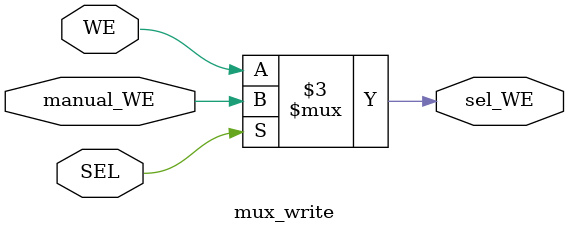
<source format=v>
module mux_write (
	// Input signals
	input WE,
	input manual_WE,
	// Selector
	input SEL,
	// Output signals
	output reg sel_WE
	);
	
	always @(*)
		begin
			if (SEL)
				sel_WE <= manual_WE;
			else
				sel_WE <= WE;
		end
		
endmodule

</source>
